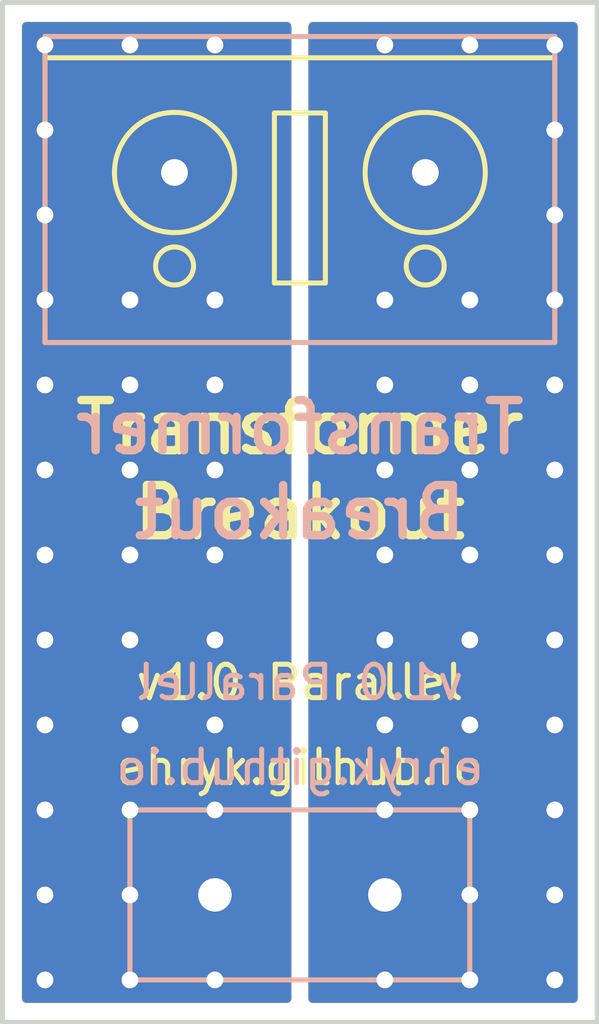
<source format=kicad_pcb>
(kicad_pcb (version 4) (host pcbnew 4.0.4-stable)

  (general
    (links 65)
    (no_connects 0)
    (area 138.354999 83.744999 156.285001 114.375001)
    (thickness 1.6)
    (drawings 12)
    (tracks 7)
    (zones 0)
    (modules 65)
    (nets 3)
  )

  (page A4)
  (layers
    (0 F.Cu signal)
    (31 B.Cu signal)
    (32 B.Adhes user)
    (33 F.Adhes user)
    (34 B.Paste user)
    (35 F.Paste user)
    (36 B.SilkS user)
    (37 F.SilkS user)
    (38 B.Mask user)
    (39 F.Mask user)
    (40 Dwgs.User user)
    (41 Cmts.User user)
    (42 Eco1.User user)
    (43 Eco2.User user)
    (44 Edge.Cuts user)
    (45 Margin user)
    (46 B.CrtYd user)
    (47 F.CrtYd user)
    (48 B.Fab user)
    (49 F.Fab user)
  )

  (setup
    (last_trace_width 0.25)
    (trace_clearance 0.2)
    (zone_clearance 0.508)
    (zone_45_only yes)
    (trace_min 0.2)
    (segment_width 0.2)
    (edge_width 0.15)
    (via_size 0.6)
    (via_drill 0.4)
    (via_min_size 0.4)
    (via_min_drill 0.3)
    (uvia_size 0.3)
    (uvia_drill 0.1)
    (uvias_allowed no)
    (uvia_min_size 0.2)
    (uvia_min_drill 0.1)
    (pcb_text_width 0.3)
    (pcb_text_size 1.5 1.5)
    (mod_edge_width 0.15)
    (mod_text_size 1 1)
    (mod_text_width 0.15)
    (pad_size 0.5 0.5)
    (pad_drill 0.5)
    (pad_to_mask_clearance 0.2)
    (aux_axis_origin 147.32 100.33)
    (grid_origin 147.32 100.33)
    (visible_elements 7FFFFFFF)
    (pcbplotparams
      (layerselection 0x00030_80000001)
      (usegerberextensions false)
      (excludeedgelayer true)
      (linewidth 0.100000)
      (plotframeref false)
      (viasonmask false)
      (mode 1)
      (useauxorigin false)
      (hpglpennumber 1)
      (hpglpenspeed 20)
      (hpglpendiameter 15)
      (hpglpenoverlay 2)
      (psnegative false)
      (psa4output false)
      (plotreference true)
      (plotvalue true)
      (plotinvisibletext false)
      (padsonsilk false)
      (subtractmaskfromsilk false)
      (outputformat 1)
      (mirror false)
      (drillshape 1)
      (scaleselection 1)
      (outputdirectory ""))
  )

  (net 0 "")
  (net 1 /B)
  (net 2 /A)

  (net_class Default "This is the default net class."
    (clearance 0.2)
    (trace_width 0.25)
    (via_dia 0.6)
    (via_drill 0.4)
    (uvia_dia 0.3)
    (uvia_drill 0.1)
    (add_net /A)
    (add_net /B)
  )

  (module Footprints:Thermal_Via (layer F.Cu) (tedit 5819B993) (tstamp 5819BBAA)
    (at 149.86 85.09)
    (fp_text reference "" (at 0 1.27) (layer F.SilkS) hide
      (effects (font (size 1 1) (thickness 0.15)))
    )
    (fp_text value "" (at 0 -1.27) (layer F.Fab) hide
      (effects (font (size 1 1) (thickness 0.15)))
    )
    (pad "" thru_hole circle (at 0 0) (size 0.5 0.5) (drill 0.5) (layers *.Cu *.Mask)
      (net 1 /B))
  )

  (module Footprints:Thermal_Via (layer F.Cu) (tedit 5819B993) (tstamp 5819BBA6)
    (at 152.4 85.09)
    (fp_text reference "" (at 0 1.27) (layer F.SilkS) hide
      (effects (font (size 1 1) (thickness 0.15)))
    )
    (fp_text value "" (at 0 -1.27) (layer F.Fab) hide
      (effects (font (size 1 1) (thickness 0.15)))
    )
    (pad "" thru_hole circle (at 0 0) (size 0.5 0.5) (drill 0.5) (layers *.Cu *.Mask)
      (net 1 /B))
  )

  (module Footprints:Thermal_Via (layer F.Cu) (tedit 5819B993) (tstamp 5819BBA2)
    (at 154.94 85.09)
    (fp_text reference "" (at 0 1.27) (layer F.SilkS) hide
      (effects (font (size 1 1) (thickness 0.15)))
    )
    (fp_text value "" (at 0 -1.27) (layer F.Fab) hide
      (effects (font (size 1 1) (thickness 0.15)))
    )
    (pad "" thru_hole circle (at 0 0) (size 0.5 0.5) (drill 0.5) (layers *.Cu *.Mask)
      (net 1 /B))
  )

  (module Footprints:Thermal_Via (layer F.Cu) (tedit 5819B993) (tstamp 5819BB9E)
    (at 154.94 87.63)
    (fp_text reference "" (at 0 1.27) (layer F.SilkS) hide
      (effects (font (size 1 1) (thickness 0.15)))
    )
    (fp_text value "" (at 0 -1.27) (layer F.Fab) hide
      (effects (font (size 1 1) (thickness 0.15)))
    )
    (pad "" thru_hole circle (at 0 0) (size 0.5 0.5) (drill 0.5) (layers *.Cu *.Mask)
      (net 1 /B))
  )

  (module Footprints:Thermal_Via (layer F.Cu) (tedit 5819B993) (tstamp 5819BB9A)
    (at 154.94 90.17)
    (fp_text reference "" (at 0 1.27) (layer F.SilkS) hide
      (effects (font (size 1 1) (thickness 0.15)))
    )
    (fp_text value "" (at 0 -1.27) (layer F.Fab) hide
      (effects (font (size 1 1) (thickness 0.15)))
    )
    (pad "" thru_hole circle (at 0 0) (size 0.5 0.5) (drill 0.5) (layers *.Cu *.Mask)
      (net 1 /B))
  )

  (module Footprints:Thermal_Via (layer F.Cu) (tedit 5819B993) (tstamp 5819BB96)
    (at 149.86 92.71)
    (fp_text reference "" (at 0 1.27) (layer F.SilkS) hide
      (effects (font (size 1 1) (thickness 0.15)))
    )
    (fp_text value "" (at 0 -1.27) (layer F.Fab) hide
      (effects (font (size 1 1) (thickness 0.15)))
    )
    (pad "" thru_hole circle (at 0 0) (size 0.5 0.5) (drill 0.5) (layers *.Cu *.Mask)
      (net 1 /B))
  )

  (module Footprints:Thermal_Via (layer F.Cu) (tedit 5819B993) (tstamp 5819BB92)
    (at 152.4 92.71)
    (fp_text reference "" (at 0 1.27) (layer F.SilkS) hide
      (effects (font (size 1 1) (thickness 0.15)))
    )
    (fp_text value "" (at 0 -1.27) (layer F.Fab) hide
      (effects (font (size 1 1) (thickness 0.15)))
    )
    (pad "" thru_hole circle (at 0 0) (size 0.5 0.5) (drill 0.5) (layers *.Cu *.Mask)
      (net 1 /B))
  )

  (module Footprints:Thermal_Via (layer F.Cu) (tedit 5819B993) (tstamp 5819BB8E)
    (at 154.94 92.71)
    (fp_text reference "" (at 0 1.27) (layer F.SilkS) hide
      (effects (font (size 1 1) (thickness 0.15)))
    )
    (fp_text value "" (at 0 -1.27) (layer F.Fab) hide
      (effects (font (size 1 1) (thickness 0.15)))
    )
    (pad "" thru_hole circle (at 0 0) (size 0.5 0.5) (drill 0.5) (layers *.Cu *.Mask)
      (net 1 /B))
  )

  (module Footprints:Thermal_Via (layer F.Cu) (tedit 5819B993) (tstamp 5819BB8A)
    (at 154.94 95.25)
    (fp_text reference "" (at 0 1.27) (layer F.SilkS) hide
      (effects (font (size 1 1) (thickness 0.15)))
    )
    (fp_text value "" (at 0 -1.27) (layer F.Fab) hide
      (effects (font (size 1 1) (thickness 0.15)))
    )
    (pad "" thru_hole circle (at 0 0) (size 0.5 0.5) (drill 0.5) (layers *.Cu *.Mask)
      (net 1 /B))
  )

  (module Footprints:Thermal_Via (layer F.Cu) (tedit 5819B993) (tstamp 5819BB86)
    (at 152.4 95.25)
    (fp_text reference "" (at 0 1.27) (layer F.SilkS) hide
      (effects (font (size 1 1) (thickness 0.15)))
    )
    (fp_text value "" (at 0 -1.27) (layer F.Fab) hide
      (effects (font (size 1 1) (thickness 0.15)))
    )
    (pad "" thru_hole circle (at 0 0) (size 0.5 0.5) (drill 0.5) (layers *.Cu *.Mask)
      (net 1 /B))
  )

  (module Footprints:Thermal_Via (layer F.Cu) (tedit 5819B993) (tstamp 5819BB82)
    (at 149.86 95.25)
    (fp_text reference "" (at 0 1.27) (layer F.SilkS) hide
      (effects (font (size 1 1) (thickness 0.15)))
    )
    (fp_text value "" (at 0 -1.27) (layer F.Fab) hide
      (effects (font (size 1 1) (thickness 0.15)))
    )
    (pad "" thru_hole circle (at 0 0) (size 0.5 0.5) (drill 0.5) (layers *.Cu *.Mask)
      (net 1 /B))
  )

  (module Footprints:Thermal_Via (layer F.Cu) (tedit 5819B993) (tstamp 5819BB7E)
    (at 149.86 97.79)
    (fp_text reference "" (at 0 1.27) (layer F.SilkS) hide
      (effects (font (size 1 1) (thickness 0.15)))
    )
    (fp_text value "" (at 0 -1.27) (layer F.Fab) hide
      (effects (font (size 1 1) (thickness 0.15)))
    )
    (pad "" thru_hole circle (at 0 0) (size 0.5 0.5) (drill 0.5) (layers *.Cu *.Mask)
      (net 1 /B))
  )

  (module Footprints:Thermal_Via (layer F.Cu) (tedit 5819B993) (tstamp 5819BB7A)
    (at 152.4 97.79)
    (fp_text reference "" (at 0 1.27) (layer F.SilkS) hide
      (effects (font (size 1 1) (thickness 0.15)))
    )
    (fp_text value "" (at 0 -1.27) (layer F.Fab) hide
      (effects (font (size 1 1) (thickness 0.15)))
    )
    (pad "" thru_hole circle (at 0 0) (size 0.5 0.5) (drill 0.5) (layers *.Cu *.Mask)
      (net 1 /B))
  )

  (module Footprints:Thermal_Via (layer F.Cu) (tedit 5819B993) (tstamp 5819BB76)
    (at 154.94 97.79)
    (fp_text reference "" (at 0 1.27) (layer F.SilkS) hide
      (effects (font (size 1 1) (thickness 0.15)))
    )
    (fp_text value "" (at 0 -1.27) (layer F.Fab) hide
      (effects (font (size 1 1) (thickness 0.15)))
    )
    (pad "" thru_hole circle (at 0 0) (size 0.5 0.5) (drill 0.5) (layers *.Cu *.Mask)
      (net 1 /B))
  )

  (module Footprints:Thermal_Via (layer F.Cu) (tedit 5819B993) (tstamp 5819BB72)
    (at 154.94 100.33)
    (fp_text reference "" (at 0 1.27) (layer F.SilkS) hide
      (effects (font (size 1 1) (thickness 0.15)))
    )
    (fp_text value "" (at 0 -1.27) (layer F.Fab) hide
      (effects (font (size 1 1) (thickness 0.15)))
    )
    (pad "" thru_hole circle (at 0 0) (size 0.5 0.5) (drill 0.5) (layers *.Cu *.Mask)
      (net 1 /B))
  )

  (module Footprints:Thermal_Via (layer F.Cu) (tedit 5819B993) (tstamp 5819BB6E)
    (at 152.4 100.33)
    (fp_text reference "" (at 0 1.27) (layer F.SilkS) hide
      (effects (font (size 1 1) (thickness 0.15)))
    )
    (fp_text value "" (at 0 -1.27) (layer F.Fab) hide
      (effects (font (size 1 1) (thickness 0.15)))
    )
    (pad "" thru_hole circle (at 0 0) (size 0.5 0.5) (drill 0.5) (layers *.Cu *.Mask)
      (net 1 /B))
  )

  (module Footprints:Thermal_Via (layer F.Cu) (tedit 5819B993) (tstamp 5819BB6A)
    (at 152.4 102.87)
    (fp_text reference "" (at 0 1.27) (layer F.SilkS) hide
      (effects (font (size 1 1) (thickness 0.15)))
    )
    (fp_text value "" (at 0 -1.27) (layer F.Fab) hide
      (effects (font (size 1 1) (thickness 0.15)))
    )
    (pad "" thru_hole circle (at 0 0) (size 0.5 0.5) (drill 0.5) (layers *.Cu *.Mask)
      (net 1 /B))
  )

  (module Footprints:Thermal_Via (layer F.Cu) (tedit 5819B993) (tstamp 5819BB66)
    (at 154.94 102.87)
    (fp_text reference "" (at 0 1.27) (layer F.SilkS) hide
      (effects (font (size 1 1) (thickness 0.15)))
    )
    (fp_text value "" (at 0 -1.27) (layer F.Fab) hide
      (effects (font (size 1 1) (thickness 0.15)))
    )
    (pad "" thru_hole circle (at 0 0) (size 0.5 0.5) (drill 0.5) (layers *.Cu *.Mask)
      (net 1 /B))
  )

  (module Footprints:Thermal_Via (layer F.Cu) (tedit 5819B993) (tstamp 5819BB62)
    (at 154.94 105.41)
    (fp_text reference "" (at 0 1.27) (layer F.SilkS) hide
      (effects (font (size 1 1) (thickness 0.15)))
    )
    (fp_text value "" (at 0 -1.27) (layer F.Fab) hide
      (effects (font (size 1 1) (thickness 0.15)))
    )
    (pad "" thru_hole circle (at 0 0) (size 0.5 0.5) (drill 0.5) (layers *.Cu *.Mask)
      (net 1 /B))
  )

  (module Footprints:Thermal_Via (layer F.Cu) (tedit 5819B993) (tstamp 5819BB5E)
    (at 152.4 105.41)
    (fp_text reference "" (at 0 1.27) (layer F.SilkS) hide
      (effects (font (size 1 1) (thickness 0.15)))
    )
    (fp_text value "" (at 0 -1.27) (layer F.Fab) hide
      (effects (font (size 1 1) (thickness 0.15)))
    )
    (pad "" thru_hole circle (at 0 0) (size 0.5 0.5) (drill 0.5) (layers *.Cu *.Mask)
      (net 1 /B))
  )

  (module Footprints:Thermal_Via (layer F.Cu) (tedit 5819B993) (tstamp 5819BB5A)
    (at 149.86 113.03)
    (fp_text reference "" (at 0 1.27) (layer F.SilkS) hide
      (effects (font (size 1 1) (thickness 0.15)))
    )
    (fp_text value "" (at 0 -1.27) (layer F.Fab) hide
      (effects (font (size 1 1) (thickness 0.15)))
    )
    (pad "" thru_hole circle (at 0 0) (size 0.5 0.5) (drill 0.5) (layers *.Cu *.Mask)
      (net 1 /B))
  )

  (module Footprints:Thermal_Via (layer F.Cu) (tedit 5819B993) (tstamp 5819BB56)
    (at 154.94 113.03)
    (fp_text reference "" (at 0 1.27) (layer F.SilkS) hide
      (effects (font (size 1 1) (thickness 0.15)))
    )
    (fp_text value "" (at 0 -1.27) (layer F.Fab) hide
      (effects (font (size 1 1) (thickness 0.15)))
    )
    (pad "" thru_hole circle (at 0 0) (size 0.5 0.5) (drill 0.5) (layers *.Cu *.Mask)
      (net 1 /B))
  )

  (module Footprints:Thermal_Via (layer F.Cu) (tedit 5819B993) (tstamp 5819BB52)
    (at 152.4 113.03)
    (fp_text reference "" (at 0 1.27) (layer F.SilkS) hide
      (effects (font (size 1 1) (thickness 0.15)))
    )
    (fp_text value "" (at 0 -1.27) (layer F.Fab) hide
      (effects (font (size 1 1) (thickness 0.15)))
    )
    (pad "" thru_hole circle (at 0 0) (size 0.5 0.5) (drill 0.5) (layers *.Cu *.Mask)
      (net 1 /B))
  )

  (module Footprints:Thermal_Via (layer F.Cu) (tedit 5819B993) (tstamp 5819BB4E)
    (at 152.4 110.49)
    (fp_text reference "" (at 0 1.27) (layer F.SilkS) hide
      (effects (font (size 1 1) (thickness 0.15)))
    )
    (fp_text value "" (at 0 -1.27) (layer F.Fab) hide
      (effects (font (size 1 1) (thickness 0.15)))
    )
    (pad "" thru_hole circle (at 0 0) (size 0.5 0.5) (drill 0.5) (layers *.Cu *.Mask)
      (net 1 /B))
  )

  (module Footprints:Thermal_Via (layer F.Cu) (tedit 5819B993) (tstamp 5819BB4A)
    (at 154.94 110.49)
    (fp_text reference "" (at 0 1.27) (layer F.SilkS) hide
      (effects (font (size 1 1) (thickness 0.15)))
    )
    (fp_text value "" (at 0 -1.27) (layer F.Fab) hide
      (effects (font (size 1 1) (thickness 0.15)))
    )
    (pad "" thru_hole circle (at 0 0) (size 0.5 0.5) (drill 0.5) (layers *.Cu *.Mask)
      (net 1 /B))
  )

  (module Footprints:Thermal_Via (layer F.Cu) (tedit 5819B993) (tstamp 5819BB46)
    (at 154.94 107.95)
    (fp_text reference "" (at 0 1.27) (layer F.SilkS) hide
      (effects (font (size 1 1) (thickness 0.15)))
    )
    (fp_text value "" (at 0 -1.27) (layer F.Fab) hide
      (effects (font (size 1 1) (thickness 0.15)))
    )
    (pad "" thru_hole circle (at 0 0) (size 0.5 0.5) (drill 0.5) (layers *.Cu *.Mask)
      (net 1 /B))
  )

  (module Footprints:Thermal_Via (layer F.Cu) (tedit 5819B993) (tstamp 5819BB42)
    (at 152.4 107.95)
    (fp_text reference "" (at 0 1.27) (layer F.SilkS) hide
      (effects (font (size 1 1) (thickness 0.15)))
    )
    (fp_text value "" (at 0 -1.27) (layer F.Fab) hide
      (effects (font (size 1 1) (thickness 0.15)))
    )
    (pad "" thru_hole circle (at 0 0) (size 0.5 0.5) (drill 0.5) (layers *.Cu *.Mask)
      (net 1 /B))
  )

  (module Footprints:Thermal_Via (layer F.Cu) (tedit 5819B993) (tstamp 5819BB3E)
    (at 152.4 107.95)
    (fp_text reference "" (at 0 1.27) (layer F.SilkS) hide
      (effects (font (size 1 1) (thickness 0.15)))
    )
    (fp_text value "" (at 0 -1.27) (layer F.Fab) hide
      (effects (font (size 1 1) (thickness 0.15)))
    )
    (pad "" thru_hole circle (at 0 0) (size 0.5 0.5) (drill 0.5) (layers *.Cu *.Mask)
      (net 1 /B))
  )

  (module Footprints:Thermal_Via (layer F.Cu) (tedit 5819B993) (tstamp 5819BB3A)
    (at 149.86 107.95)
    (fp_text reference "" (at 0 1.27) (layer F.SilkS) hide
      (effects (font (size 1 1) (thickness 0.15)))
    )
    (fp_text value "" (at 0 -1.27) (layer F.Fab) hide
      (effects (font (size 1 1) (thickness 0.15)))
    )
    (pad "" thru_hole circle (at 0 0) (size 0.5 0.5) (drill 0.5) (layers *.Cu *.Mask)
      (net 1 /B))
  )

  (module Footprints:Thermal_Via (layer F.Cu) (tedit 5819B993) (tstamp 5819BB36)
    (at 149.86 105.41)
    (fp_text reference "" (at 0 1.27) (layer F.SilkS) hide
      (effects (font (size 1 1) (thickness 0.15)))
    )
    (fp_text value "" (at 0 -1.27) (layer F.Fab) hide
      (effects (font (size 1 1) (thickness 0.15)))
    )
    (pad "" thru_hole circle (at 0 0) (size 0.5 0.5) (drill 0.5) (layers *.Cu *.Mask)
      (net 1 /B))
  )

  (module Footprints:Thermal_Via (layer F.Cu) (tedit 5819B993) (tstamp 5819BB32)
    (at 149.86 102.87)
    (fp_text reference "" (at 0 1.27) (layer F.SilkS) hide
      (effects (font (size 1 1) (thickness 0.15)))
    )
    (fp_text value "" (at 0 -1.27) (layer F.Fab) hide
      (effects (font (size 1 1) (thickness 0.15)))
    )
    (pad "" thru_hole circle (at 0 0) (size 0.5 0.5) (drill 0.5) (layers *.Cu *.Mask)
      (net 1 /B))
  )

  (module Footprints:Thermal_Via (layer F.Cu) (tedit 5819B993) (tstamp 5819BB27)
    (at 149.86 100.33)
    (fp_text reference "" (at 0 1.27) (layer F.SilkS) hide
      (effects (font (size 1 1) (thickness 0.15)))
    )
    (fp_text value "" (at 0 -1.27) (layer F.Fab) hide
      (effects (font (size 1 1) (thickness 0.15)))
    )
    (pad "" thru_hole circle (at 0 0) (size 0.5 0.5) (drill 0.5) (layers *.Cu *.Mask)
      (net 1 /B))
  )

  (module Footprints:Thermal_Via (layer F.Cu) (tedit 5819B6A5) (tstamp 5819BB13)
    (at 142.24 110.49)
    (fp_text reference "" (at 0 1.27) (layer F.SilkS) hide
      (effects (font (size 1 1) (thickness 0.15)))
    )
    (fp_text value "" (at 0 -1.27) (layer F.Fab) hide
      (effects (font (size 1 1) (thickness 0.15)))
    )
    (pad "" thru_hole circle (at 0 0) (size 0.5 0.5) (drill 0.5) (layers *.Cu *.Mask)
      (net 2 /A))
  )

  (module Footprints:Thermal_Via (layer F.Cu) (tedit 5819B6A5) (tstamp 5819BAA4)
    (at 142.24 92.71)
    (fp_text reference "" (at 0 1.27) (layer F.SilkS) hide
      (effects (font (size 1 1) (thickness 0.15)))
    )
    (fp_text value "" (at 0 -1.27) (layer F.Fab) hide
      (effects (font (size 1 1) (thickness 0.15)))
    )
    (pad "" thru_hole circle (at 0 0) (size 0.5 0.5) (drill 0.5) (layers *.Cu *.Mask)
      (net 2 /A))
  )

  (module Footprints:Thermal_Via (layer F.Cu) (tedit 5819B6A5) (tstamp 5819BAA0)
    (at 142.24 95.25)
    (fp_text reference "" (at 0 1.27) (layer F.SilkS) hide
      (effects (font (size 1 1) (thickness 0.15)))
    )
    (fp_text value "" (at 0 -1.27) (layer F.Fab) hide
      (effects (font (size 1 1) (thickness 0.15)))
    )
    (pad "" thru_hole circle (at 0 0) (size 0.5 0.5) (drill 0.5) (layers *.Cu *.Mask)
      (net 2 /A))
  )

  (module Footprints:Thermal_Via (layer F.Cu) (tedit 5819B6A5) (tstamp 5819BA9C)
    (at 142.24 97.79)
    (fp_text reference "" (at 0 1.27) (layer F.SilkS) hide
      (effects (font (size 1 1) (thickness 0.15)))
    )
    (fp_text value "" (at 0 -1.27) (layer F.Fab) hide
      (effects (font (size 1 1) (thickness 0.15)))
    )
    (pad "" thru_hole circle (at 0 0) (size 0.5 0.5) (drill 0.5) (layers *.Cu *.Mask)
      (net 2 /A))
  )

  (module Footprints:Thermal_Via (layer F.Cu) (tedit 5819B6A5) (tstamp 5819BA98)
    (at 142.24 100.33)
    (fp_text reference "" (at 0 1.27) (layer F.SilkS) hide
      (effects (font (size 1 1) (thickness 0.15)))
    )
    (fp_text value "" (at 0 -1.27) (layer F.Fab) hide
      (effects (font (size 1 1) (thickness 0.15)))
    )
    (pad "" thru_hole circle (at 0 0) (size 0.5 0.5) (drill 0.5) (layers *.Cu *.Mask)
      (net 2 /A))
  )

  (module Footprints:Thermal_Via (layer F.Cu) (tedit 5819B6A5) (tstamp 5819BA94)
    (at 142.24 102.87)
    (fp_text reference "" (at 0 1.27) (layer F.SilkS) hide
      (effects (font (size 1 1) (thickness 0.15)))
    )
    (fp_text value "" (at 0 -1.27) (layer F.Fab) hide
      (effects (font (size 1 1) (thickness 0.15)))
    )
    (pad "" thru_hole circle (at 0 0) (size 0.5 0.5) (drill 0.5) (layers *.Cu *.Mask)
      (net 2 /A))
  )

  (module Footprints:Thermal_Via (layer F.Cu) (tedit 5819B6A5) (tstamp 5819BA90)
    (at 142.24 105.41)
    (fp_text reference "" (at 0 1.27) (layer F.SilkS) hide
      (effects (font (size 1 1) (thickness 0.15)))
    )
    (fp_text value "" (at 0 -1.27) (layer F.Fab) hide
      (effects (font (size 1 1) (thickness 0.15)))
    )
    (pad "" thru_hole circle (at 0 0) (size 0.5 0.5) (drill 0.5) (layers *.Cu *.Mask)
      (net 2 /A))
  )

  (module Footprints:Thermal_Via (layer F.Cu) (tedit 5819B6A5) (tstamp 5819BA8C)
    (at 142.24 107.95)
    (fp_text reference "" (at 0 1.27) (layer F.SilkS) hide
      (effects (font (size 1 1) (thickness 0.15)))
    )
    (fp_text value "" (at 0 -1.27) (layer F.Fab) hide
      (effects (font (size 1 1) (thickness 0.15)))
    )
    (pad "" thru_hole circle (at 0 0) (size 0.5 0.5) (drill 0.5) (layers *.Cu *.Mask)
      (net 2 /A))
  )

  (module Footprints:Thermal_Via (layer F.Cu) (tedit 5819B6A5) (tstamp 5819BA88)
    (at 144.78 107.95)
    (fp_text reference "" (at 0 1.27) (layer F.SilkS) hide
      (effects (font (size 1 1) (thickness 0.15)))
    )
    (fp_text value "" (at 0 -1.27) (layer F.Fab) hide
      (effects (font (size 1 1) (thickness 0.15)))
    )
    (pad "" thru_hole circle (at 0 0) (size 0.5 0.5) (drill 0.5) (layers *.Cu *.Mask)
      (net 2 /A))
  )

  (module Footprints:Thermal_Via (layer F.Cu) (tedit 5819B6A5) (tstamp 5819BA84)
    (at 144.78 105.41)
    (fp_text reference "" (at 0 1.27) (layer F.SilkS) hide
      (effects (font (size 1 1) (thickness 0.15)))
    )
    (fp_text value "" (at 0 -1.27) (layer F.Fab) hide
      (effects (font (size 1 1) (thickness 0.15)))
    )
    (pad "" thru_hole circle (at 0 0) (size 0.5 0.5) (drill 0.5) (layers *.Cu *.Mask)
      (net 2 /A))
  )

  (module Footprints:Thermal_Via (layer F.Cu) (tedit 5819B6A5) (tstamp 5819BA80)
    (at 144.78 102.87)
    (fp_text reference "" (at 0 1.27) (layer F.SilkS) hide
      (effects (font (size 1 1) (thickness 0.15)))
    )
    (fp_text value "" (at 0 -1.27) (layer F.Fab) hide
      (effects (font (size 1 1) (thickness 0.15)))
    )
    (pad "" thru_hole circle (at 0 0) (size 0.5 0.5) (drill 0.5) (layers *.Cu *.Mask)
      (net 2 /A))
  )

  (module Footprints:Thermal_Via (layer F.Cu) (tedit 5819B6A5) (tstamp 5819BA7C)
    (at 144.78 100.33)
    (fp_text reference "" (at 0 1.27) (layer F.SilkS) hide
      (effects (font (size 1 1) (thickness 0.15)))
    )
    (fp_text value "" (at 0 -1.27) (layer F.Fab) hide
      (effects (font (size 1 1) (thickness 0.15)))
    )
    (pad "" thru_hole circle (at 0 0) (size 0.5 0.5) (drill 0.5) (layers *.Cu *.Mask)
      (net 2 /A))
  )

  (module Footprints:Thermal_Via (layer F.Cu) (tedit 5819B6A5) (tstamp 5819BA78)
    (at 144.78 97.79)
    (fp_text reference "" (at 0 1.27) (layer F.SilkS) hide
      (effects (font (size 1 1) (thickness 0.15)))
    )
    (fp_text value "" (at 0 -1.27) (layer F.Fab) hide
      (effects (font (size 1 1) (thickness 0.15)))
    )
    (pad "" thru_hole circle (at 0 0) (size 0.5 0.5) (drill 0.5) (layers *.Cu *.Mask)
      (net 2 /A))
  )

  (module Footprints:Thermal_Via (layer F.Cu) (tedit 5819B6A5) (tstamp 5819BA74)
    (at 144.78 95.25)
    (fp_text reference "" (at 0 1.27) (layer F.SilkS) hide
      (effects (font (size 1 1) (thickness 0.15)))
    )
    (fp_text value "" (at 0 -1.27) (layer F.Fab) hide
      (effects (font (size 1 1) (thickness 0.15)))
    )
    (pad "" thru_hole circle (at 0 0) (size 0.5 0.5) (drill 0.5) (layers *.Cu *.Mask)
      (net 2 /A))
  )

  (module Footprints:Thermal_Via (layer F.Cu) (tedit 5819B6A5) (tstamp 5819BA70)
    (at 144.78 92.71)
    (fp_text reference "" (at 0 1.27) (layer F.SilkS) hide
      (effects (font (size 1 1) (thickness 0.15)))
    )
    (fp_text value "" (at 0 -1.27) (layer F.Fab) hide
      (effects (font (size 1 1) (thickness 0.15)))
    )
    (pad "" thru_hole circle (at 0 0) (size 0.5 0.5) (drill 0.5) (layers *.Cu *.Mask)
      (net 2 /A))
  )

  (module Footprints:Thermal_Via (layer F.Cu) (tedit 5819B6A5) (tstamp 5819BA6C)
    (at 144.78 113.03)
    (fp_text reference "" (at 0 1.27) (layer F.SilkS) hide
      (effects (font (size 1 1) (thickness 0.15)))
    )
    (fp_text value "" (at 0 -1.27) (layer F.Fab) hide
      (effects (font (size 1 1) (thickness 0.15)))
    )
    (pad "" thru_hole circle (at 0 0) (size 0.5 0.5) (drill 0.5) (layers *.Cu *.Mask)
      (net 2 /A))
  )

  (module Footprints:Thermal_Via (layer F.Cu) (tedit 5819B6A5) (tstamp 5819BA68)
    (at 142.24 113.03)
    (fp_text reference "" (at 0 1.27) (layer F.SilkS) hide
      (effects (font (size 1 1) (thickness 0.15)))
    )
    (fp_text value "" (at 0 -1.27) (layer F.Fab) hide
      (effects (font (size 1 1) (thickness 0.15)))
    )
    (pad "" thru_hole circle (at 0 0) (size 0.5 0.5) (drill 0.5) (layers *.Cu *.Mask)
      (net 2 /A))
  )

  (module Footprints:Thermal_Via (layer F.Cu) (tedit 5819B6A5) (tstamp 5819BA1A)
    (at 144.78 85.09)
    (fp_text reference "" (at 0 1.27) (layer F.SilkS) hide
      (effects (font (size 1 1) (thickness 0.15)))
    )
    (fp_text value "" (at 0 -1.27) (layer F.Fab) hide
      (effects (font (size 1 1) (thickness 0.15)))
    )
    (pad "" thru_hole circle (at 0 0) (size 0.5 0.5) (drill 0.5) (layers *.Cu *.Mask)
      (net 2 /A))
  )

  (module Footprints:Thermal_Via (layer F.Cu) (tedit 5819B6A5) (tstamp 5819BA16)
    (at 142.24 85.09)
    (fp_text reference "" (at 0 1.27) (layer F.SilkS) hide
      (effects (font (size 1 1) (thickness 0.15)))
    )
    (fp_text value "" (at 0 -1.27) (layer F.Fab) hide
      (effects (font (size 1 1) (thickness 0.15)))
    )
    (pad "" thru_hole circle (at 0 0) (size 0.5 0.5) (drill 0.5) (layers *.Cu *.Mask)
      (net 2 /A))
  )

  (module Footprints:Thermal_Via (layer F.Cu) (tedit 5819B6A5) (tstamp 5819BA12)
    (at 139.7 85.09)
    (fp_text reference "" (at 0 1.27) (layer F.SilkS) hide
      (effects (font (size 1 1) (thickness 0.15)))
    )
    (fp_text value "" (at 0 -1.27) (layer F.Fab) hide
      (effects (font (size 1 1) (thickness 0.15)))
    )
    (pad "" thru_hole circle (at 0 0) (size 0.5 0.5) (drill 0.5) (layers *.Cu *.Mask)
      (net 2 /A))
  )

  (module Footprints:Thermal_Via (layer F.Cu) (tedit 5819B6A5) (tstamp 5819BA0E)
    (at 139.7 87.63)
    (fp_text reference "" (at 0 1.27) (layer F.SilkS) hide
      (effects (font (size 1 1) (thickness 0.15)))
    )
    (fp_text value "" (at 0 -1.27) (layer F.Fab) hide
      (effects (font (size 1 1) (thickness 0.15)))
    )
    (pad "" thru_hole circle (at 0 0) (size 0.5 0.5) (drill 0.5) (layers *.Cu *.Mask)
      (net 2 /A))
  )

  (module Footprints:Thermal_Via (layer F.Cu) (tedit 5819B6A5) (tstamp 5819BA0A)
    (at 139.7 90.17)
    (fp_text reference "" (at 0 1.27) (layer F.SilkS) hide
      (effects (font (size 1 1) (thickness 0.15)))
    )
    (fp_text value "" (at 0 -1.27) (layer F.Fab) hide
      (effects (font (size 1 1) (thickness 0.15)))
    )
    (pad "" thru_hole circle (at 0 0) (size 0.5 0.5) (drill 0.5) (layers *.Cu *.Mask)
      (net 2 /A))
  )

  (module Footprints:Thermal_Via (layer F.Cu) (tedit 5819B6A5) (tstamp 5819BA06)
    (at 139.7 92.71)
    (fp_text reference "" (at 0 1.27) (layer F.SilkS) hide
      (effects (font (size 1 1) (thickness 0.15)))
    )
    (fp_text value "" (at 0 -1.27) (layer F.Fab) hide
      (effects (font (size 1 1) (thickness 0.15)))
    )
    (pad "" thru_hole circle (at 0 0) (size 0.5 0.5) (drill 0.5) (layers *.Cu *.Mask)
      (net 2 /A))
  )

  (module Footprints:Thermal_Via (layer F.Cu) (tedit 5819B6A5) (tstamp 5819B9FB)
    (at 139.7 95.25)
    (fp_text reference "" (at 0 1.27) (layer F.SilkS) hide
      (effects (font (size 1 1) (thickness 0.15)))
    )
    (fp_text value "" (at 0 -1.27) (layer F.Fab) hide
      (effects (font (size 1 1) (thickness 0.15)))
    )
    (pad "" thru_hole circle (at 0 0) (size 0.5 0.5) (drill 0.5) (layers *.Cu *.Mask)
      (net 2 /A))
  )

  (module Footprints:Thermal_Via (layer F.Cu) (tedit 5819B6A5) (tstamp 5819B9F7)
    (at 139.7 97.79)
    (fp_text reference "" (at 0 1.27) (layer F.SilkS) hide
      (effects (font (size 1 1) (thickness 0.15)))
    )
    (fp_text value "" (at 0 -1.27) (layer F.Fab) hide
      (effects (font (size 1 1) (thickness 0.15)))
    )
    (pad "" thru_hole circle (at 0 0) (size 0.5 0.5) (drill 0.5) (layers *.Cu *.Mask)
      (net 2 /A))
  )

  (module Footprints:Thermal_Via (layer F.Cu) (tedit 5819B723) (tstamp 5819B9F3)
    (at 139.7 100.33)
    (fp_text reference "" (at 0 1.27) (layer F.SilkS) hide
      (effects (font (size 1 1) (thickness 0.15)))
    )
    (fp_text value "" (at 0 -1.27) (layer F.Fab) hide
      (effects (font (size 1 1) (thickness 0.15)))
    )
    (pad "" thru_hole circle (at 0 0) (size 0.5 0.5) (drill 0.5) (layers *.Cu *.Mask)
      (net 2 /A))
  )

  (module Footprints:Thermal_Via (layer F.Cu) (tedit 5819B6A5) (tstamp 5819B9EF)
    (at 139.7 102.87)
    (fp_text reference "" (at 0 1.27) (layer F.SilkS) hide
      (effects (font (size 1 1) (thickness 0.15)))
    )
    (fp_text value "" (at 0 -1.27) (layer F.Fab) hide
      (effects (font (size 1 1) (thickness 0.15)))
    )
    (pad "" thru_hole circle (at 0 0) (size 0.5 0.5) (drill 0.5) (layers *.Cu *.Mask)
      (net 2 /A))
  )

  (module Footprints:Thermal_Via (layer F.Cu) (tedit 5819B6A5) (tstamp 5819B9EB)
    (at 139.7 105.41)
    (fp_text reference "" (at 0 1.27) (layer F.SilkS) hide
      (effects (font (size 1 1) (thickness 0.15)))
    )
    (fp_text value "" (at 0 -1.27) (layer F.Fab) hide
      (effects (font (size 1 1) (thickness 0.15)))
    )
    (pad "" thru_hole circle (at 0 0) (size 0.5 0.5) (drill 0.5) (layers *.Cu *.Mask)
      (net 2 /A))
  )

  (module Footprints:Thermal_Via (layer F.Cu) (tedit 5819B6A5) (tstamp 5819B9E7)
    (at 139.7 107.95)
    (fp_text reference "" (at 0 1.27) (layer F.SilkS) hide
      (effects (font (size 1 1) (thickness 0.15)))
    )
    (fp_text value "" (at 0 -1.27) (layer F.Fab) hide
      (effects (font (size 1 1) (thickness 0.15)))
    )
    (pad "" thru_hole circle (at 0 0) (size 0.5 0.5) (drill 0.5) (layers *.Cu *.Mask)
      (net 2 /A))
  )

  (module Footprints:Thermal_Via (layer F.Cu) (tedit 5819B6A5) (tstamp 5819B9C2)
    (at 139.7 113.03)
    (fp_text reference "" (at 0 1.27) (layer F.SilkS) hide
      (effects (font (size 1 1) (thickness 0.15)))
    )
    (fp_text value "" (at 0 -1.27) (layer F.Fab) hide
      (effects (font (size 1 1) (thickness 0.15)))
    )
    (pad "" thru_hole circle (at 0 0) (size 0.5 0.5) (drill 0.5) (layers *.Cu *.Mask)
      (net 2 /A))
  )

  (module Footprints:ED110-2 (layer F.Cu) (tedit 5815A298) (tstamp 5815A296)
    (at 147.32 88.9)
    (path /58159F39)
    (fp_text reference P2 (at 5.08 6.35) (layer F.SilkS) hide
      (effects (font (size 1.2 1.2) (thickness 0.15)))
    )
    (fp_text value BRK (at 0 6.35) (layer F.Fab) hide
      (effects (font (size 1.2 1.2) (thickness 0.15)))
    )
    (fp_line (start -7.62 4.826) (end -7.62 5.08) (layer B.SilkS) (width 0.15))
    (fp_line (start 7.62 4.826) (end 7.62 5.08) (layer B.SilkS) (width 0.15))
    (fp_line (start 7.62 4.826) (end 7.62 5.08) (layer F.SilkS) (width 0.15))
    (fp_line (start -7.62 4.826) (end -7.62 5.08) (layer F.SilkS) (width 0.15))
    (fp_line (start -7.62 -4.064) (end 7.62 -4.064) (layer B.SilkS) (width 0.15))
    (fp_line (start 7.62 -4.064) (end 7.62 4.826) (layer B.SilkS) (width 0.15))
    (fp_line (start 7.62 5.08) (end -7.62 5.08) (layer B.SilkS) (width 0.15))
    (fp_line (start -7.62 4.826) (end -7.62 -4.064) (layer B.SilkS) (width 0.15))
    (fp_line (start -7.62 -3.429) (end 7.62 -3.429) (layer F.SilkS) (width 0.15))
    (fp_line (start 7.62 -4.064) (end -7.62 -4.064) (layer F.SilkS) (width 0.15))
    (fp_line (start -7.62 -4.064) (end -7.62 4.826) (layer F.SilkS) (width 0.15))
    (fp_line (start -7.62 5.08) (end 7.62 5.08) (layer F.SilkS) (width 0.15))
    (fp_line (start 7.62 4.826) (end 7.62 -4.064) (layer F.SilkS) (width 0.15))
    (fp_line (start -0.762 -1.778) (end 0.762 -1.778) (layer F.SilkS) (width 0.15))
    (fp_line (start 0.762 -1.778) (end 0.762 3.302) (layer F.SilkS) (width 0.15))
    (fp_line (start 0.762 3.302) (end -0.762 3.302) (layer F.SilkS) (width 0.15))
    (fp_line (start -0.762 3.302) (end -0.762 -1.778) (layer F.SilkS) (width 0.15))
    (fp_circle (center 3.7465 2.794) (end 4.2545 2.54) (layer F.SilkS) (width 0.15))
    (fp_circle (center -3.7465 2.794) (end -3.2385 2.54) (layer F.SilkS) (width 0.15))
    (fp_circle (center -3.7465 0) (end -2.4765 -1.27) (layer F.SilkS) (width 0.15))
    (fp_circle (center 3.7465 0) (end 5.0165 -1.27) (layer F.SilkS) (width 0.15))
    (pad 1 thru_hole oval (at -3.75 0) (size 2 3) (drill 0.8) (layers *.Cu *.Mask)
      (net 2 /A))
    (pad 2 thru_hole oval (at 3.75 0) (size 2 3) (drill 0.8) (layers *.Cu *.Mask)
      (net 1 /B))
  )

  (module Footprints:AMGIS_XFRMR (layer F.Cu) (tedit 58254494) (tstamp 5815A27B)
    (at 147.32 110.49 180)
    (path /5815A005)
    (fp_text reference P1 (at 0 3.81 180) (layer F.SilkS) hide
      (effects (font (size 1 1) (thickness 0.15)))
    )
    (fp_text value XFRMR (at 0 3.81 180) (layer B.Fab) hide
      (effects (font (size 1 1) (thickness 0.15)) (justify mirror))
    )
    (fp_line (start -5.08 -2.54) (end 5.08 -2.54) (layer B.SilkS) (width 0.15))
    (fp_line (start 5.08 -2.54) (end 5.08 2.54) (layer B.SilkS) (width 0.15))
    (fp_line (start 5.08 2.54) (end -5.08 2.54) (layer B.SilkS) (width 0.15))
    (fp_line (start -5.08 2.54) (end -5.08 -2.54) (layer B.SilkS) (width 0.15))
    (fp_line (start -5.08 -2.54) (end 5.08 -2.54) (layer F.SilkS) (width 0.15))
    (fp_line (start 5.08 -2.54) (end 5.08 2.54) (layer F.SilkS) (width 0.15))
    (fp_line (start 5.08 2.54) (end -5.08 2.54) (layer F.SilkS) (width 0.15))
    (fp_line (start -5.08 2.54) (end -5.08 -2.54) (layer F.SilkS) (width 0.15))
    (pad 1 thru_hole rect (at -2.54 0 180) (size 3 3) (drill 1) (layers *.Cu *.Mask)
      (net 1 /B))
    (pad 2 thru_hole circle (at 2.54 0 180) (size 3.2 3.2) (drill 1) (layers *.Cu *.Mask)
      (net 2 /A))
  )

  (module Footprints:Thermal_Via (layer F.Cu) (tedit 5819B6A5) (tstamp 5819B994)
    (at 139.7 110.49)
    (fp_text reference "" (at 0 1.27) (layer F.SilkS) hide
      (effects (font (size 1 1) (thickness 0.15)))
    )
    (fp_text value "" (at 0 -1.27) (layer F.Fab) hide
      (effects (font (size 1 1) (thickness 0.15)))
    )
    (pad "" thru_hole circle (at 0 0) (size 0.5 0.5) (drill 0.5) (layers *.Cu *.Mask)
      (net 2 /A))
  )

  (gr_text ehryk.github.io (at 147.32 106.68) (layer B.SilkS)
    (effects (font (size 1 1) (thickness 0.15)) (justify mirror))
  )
  (gr_text Breakout (at 147.32 99.06) (layer B.SilkS)
    (effects (font (size 1.5 1.5) (thickness 0.25)) (justify mirror))
  )
  (gr_text Breakout (at 147.32 99.06) (layer F.SilkS)
    (effects (font (size 1.5 1.5) (thickness 0.25)))
  )
  (gr_text ehryk.github.io (at 147.32 106.68) (layer F.SilkS)
    (effects (font (size 1 1) (thickness 0.15)))
  )
  (gr_text "v1.0 Parallel" (at 147.32 104.14) (layer B.SilkS)
    (effects (font (size 1 1) (thickness 0.15)) (justify mirror))
  )
  (gr_text Transformer (at 147.32 96.52) (layer B.SilkS)
    (effects (font (size 1.5 1.5) (thickness 0.25)) (justify mirror))
  )
  (gr_text "v1.0 Parallel" (at 147.32 104.14) (layer F.SilkS)
    (effects (font (size 1 1) (thickness 0.15)))
  )
  (gr_text Transformer (at 147.32 96.52) (layer F.SilkS)
    (effects (font (size 1.5 1.5) (thickness 0.25)))
  )
  (gr_line (start 138.43 114.3) (end 138.43 83.82) (angle 90) (layer Edge.Cuts) (width 0.15))
  (gr_line (start 156.21 114.3) (end 138.43 114.3) (angle 90) (layer Edge.Cuts) (width 0.15))
  (gr_line (start 156.21 83.82) (end 156.21 114.3) (angle 90) (layer Edge.Cuts) (width 0.15))
  (gr_line (start 138.43 83.82) (end 156.21 83.82) (angle 90) (layer Edge.Cuts) (width 0.15))

  (segment (start 151.07 88.9) (end 151.07 109.28) (width 0.25) (layer B.Cu) (net 1))
  (segment (start 151.07 109.28) (end 149.86 110.49) (width 0.25) (layer B.Cu) (net 1) (tstamp 5816827F))
  (segment (start 151.07 109.28) (end 149.86 110.49) (width 0.25) (layer F.Cu) (net 1) (tstamp 58168271))
  (segment (start 151.07 109.28) (end 149.86 110.49) (width 0.25) (layer B.Cu) (net 1) (tstamp 58168260))
  (segment (start 151.07 109.28) (end 149.86 110.49) (width 0.25) (layer F.Cu) (net 1) (tstamp 5815A3C9))
  (segment (start 143.57 88.9) (end 143.57 109.28) (width 0.25) (layer B.Cu) (net 2))
  (segment (start 143.57 109.28) (end 144.78 110.49) (width 0.25) (layer B.Cu) (net 2) (tstamp 58168287))

  (zone (net 0) (net_name "") (layer F.Cu) (tstamp 58168312) (hatch edge 0.508)
    (connect_pads (clearance 0.508))
    (min_thickness 0.254)
    (keepout (tracks not_allowed) (vias not_allowed) (copperpour not_allowed))
    (fill yes (arc_segments 16) (thermal_gap 0.508) (thermal_bridge_width 0.508))
    (polygon
      (pts
        (xy 147.066 83.82) (xy 147.066 114.3) (xy 147.574 114.3) (xy 147.574 83.82)
      )
    )
  )
  (zone (net 0) (net_name "") (layer B.Cu) (tstamp 58168312) (hatch edge 0.508)
    (connect_pads (clearance 0.508))
    (min_thickness 0.254)
    (keepout (tracks not_allowed) (vias not_allowed) (copperpour not_allowed))
    (fill yes (arc_segments 16) (thermal_gap 0.508) (thermal_bridge_width 0.508))
    (polygon
      (pts
        (xy 147.066 83.82) (xy 147.066 114.3) (xy 147.574 114.3) (xy 147.574 83.82)
      )
    )
  )
  (zone (net 2) (net_name /A) (layer B.Cu) (tstamp 58168651) (hatch edge 0.508)
    (connect_pads yes (clearance 0.508))
    (min_thickness 0.254)
    (fill yes (arc_segments 16) (thermal_gap 0.508) (thermal_bridge_width 0.508))
    (polygon
      (pts
        (xy 147.066 114.3) (xy 138.43 114.3) (xy 138.43 83.82) (xy 147.066 83.82)
      )
    )
    (filled_polygon
      (pts
        (xy 146.939 113.59) (xy 139.14 113.59) (xy 139.14 84.53) (xy 146.939 84.53)
      )
    )
  )
  (zone (net 1) (net_name /B) (layer B.Cu) (tstamp 581687A4) (hatch edge 0.508)
    (connect_pads yes (clearance 0.508))
    (min_thickness 0.254)
    (fill yes (arc_segments 16) (thermal_gap 0.508) (thermal_bridge_width 0.508))
    (polygon
      (pts
        (xy 147.574 114.3) (xy 147.574 83.82) (xy 156.21 83.82) (xy 156.21 114.3)
      )
    )
    (filled_polygon
      (pts
        (xy 155.5 113.59) (xy 147.701 113.59) (xy 147.701 84.53) (xy 155.5 84.53)
      )
    )
  )
  (zone (net 1) (net_name /B) (layer F.Cu) (tstamp 581687C6) (hatch edge 0.508)
    (connect_pads yes (clearance 0.508))
    (min_thickness 0.254)
    (fill yes (arc_segments 16) (thermal_gap 0.508) (thermal_bridge_width 0.508))
    (polygon
      (pts
        (xy 147.574 114.3) (xy 156.21 114.3) (xy 156.21 83.82) (xy 147.574 83.82)
      )
    )
    (filled_polygon
      (pts
        (xy 155.5 113.59) (xy 147.701 113.59) (xy 147.701 84.53) (xy 155.5 84.53)
      )
    )
  )
  (zone (net 2) (net_name /A) (layer F.Cu) (tstamp 581687D8) (hatch edge 0.508)
    (connect_pads yes (clearance 0.508))
    (min_thickness 0.254)
    (fill yes (arc_segments 16) (thermal_gap 0.508) (thermal_bridge_width 0.508))
    (polygon
      (pts
        (xy 147.066 83.82) (xy 138.43 83.82) (xy 138.43 114.3) (xy 147.066 114.3)
      )
    )
    (filled_polygon
      (pts
        (xy 146.939 113.59) (xy 139.14 113.59) (xy 139.14 84.53) (xy 146.939 84.53)
      )
    )
  )
)

</source>
